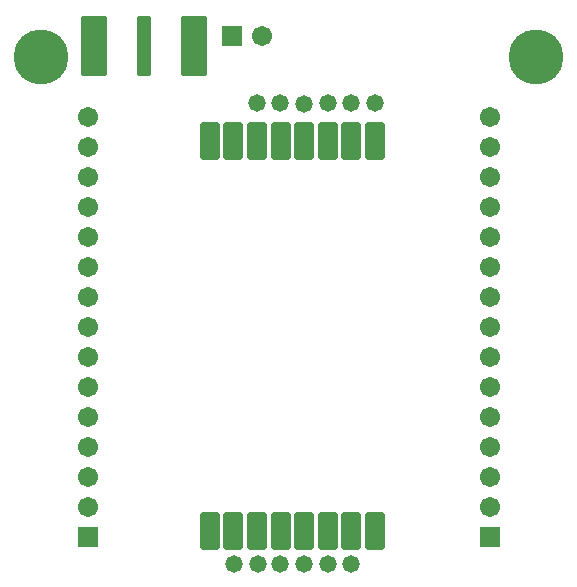
<source format=gbs>
%FSLAX25Y25*%
%MOIN*%
G70*
G01*
G75*
G04 Layer_Color=16711935*
%ADD10C,0.03937*%
G04:AMPARAMS|DCode=11|XSize=19.69mil|YSize=31.5mil|CornerRadius=0.98mil|HoleSize=0mil|Usage=FLASHONLY|Rotation=180.000|XOffset=0mil|YOffset=0mil|HoleType=Round|Shape=RoundedRectangle|*
%AMROUNDEDRECTD11*
21,1,0.01969,0.02953,0,0,180.0*
21,1,0.01772,0.03150,0,0,180.0*
1,1,0.00197,-0.00886,0.01476*
1,1,0.00197,0.00886,0.01476*
1,1,0.00197,0.00886,-0.01476*
1,1,0.00197,-0.00886,-0.01476*
%
%ADD11ROUNDEDRECTD11*%
G04:AMPARAMS|DCode=12|XSize=35.43mil|YSize=39.37mil|CornerRadius=1.77mil|HoleSize=0mil|Usage=FLASHONLY|Rotation=270.000|XOffset=0mil|YOffset=0mil|HoleType=Round|Shape=RoundedRectangle|*
%AMROUNDEDRECTD12*
21,1,0.03543,0.03583,0,0,270.0*
21,1,0.03189,0.03937,0,0,270.0*
1,1,0.00354,-0.01791,-0.01595*
1,1,0.00354,-0.01791,0.01595*
1,1,0.00354,0.01791,0.01595*
1,1,0.00354,0.01791,-0.01595*
%
%ADD12ROUNDEDRECTD12*%
G04:AMPARAMS|DCode=13|XSize=19.69mil|YSize=23.62mil|CornerRadius=0.98mil|HoleSize=0mil|Usage=FLASHONLY|Rotation=0.000|XOffset=0mil|YOffset=0mil|HoleType=Round|Shape=RoundedRectangle|*
%AMROUNDEDRECTD13*
21,1,0.01969,0.02165,0,0,0.0*
21,1,0.01772,0.02362,0,0,0.0*
1,1,0.00197,0.00886,-0.01083*
1,1,0.00197,-0.00886,-0.01083*
1,1,0.00197,-0.00886,0.01083*
1,1,0.00197,0.00886,0.01083*
%
%ADD13ROUNDEDRECTD13*%
G04:AMPARAMS|DCode=14|XSize=47.24mil|YSize=70.87mil|CornerRadius=4.72mil|HoleSize=0mil|Usage=FLASHONLY|Rotation=270.000|XOffset=0mil|YOffset=0mil|HoleType=Round|Shape=RoundedRectangle|*
%AMROUNDEDRECTD14*
21,1,0.04724,0.06142,0,0,270.0*
21,1,0.03780,0.07087,0,0,270.0*
1,1,0.00945,-0.03071,-0.01890*
1,1,0.00945,-0.03071,0.01890*
1,1,0.00945,0.03071,0.01890*
1,1,0.00945,0.03071,-0.01890*
%
%ADD14ROUNDEDRECTD14*%
G04:AMPARAMS|DCode=15|XSize=196.85mil|YSize=78.74mil|CornerRadius=3.94mil|HoleSize=0mil|Usage=FLASHONLY|Rotation=270.000|XOffset=0mil|YOffset=0mil|HoleType=Round|Shape=RoundedRectangle|*
%AMROUNDEDRECTD15*
21,1,0.19685,0.07087,0,0,270.0*
21,1,0.18898,0.07874,0,0,270.0*
1,1,0.00787,-0.03543,-0.09449*
1,1,0.00787,-0.03543,0.09449*
1,1,0.00787,0.03543,0.09449*
1,1,0.00787,0.03543,-0.09449*
%
%ADD15ROUNDEDRECTD15*%
%ADD16C,0.01969*%
%ADD17R,0.05906X0.05906*%
%ADD18C,0.05906*%
%ADD19R,0.05906X0.05906*%
%ADD20C,0.17500*%
%ADD21C,0.05000*%
G04:AMPARAMS|DCode=22|XSize=196.85mil|YSize=39.37mil|CornerRadius=1.97mil|HoleSize=0mil|Usage=FLASHONLY|Rotation=270.000|XOffset=0mil|YOffset=0mil|HoleType=Round|Shape=RoundedRectangle|*
%AMROUNDEDRECTD22*
21,1,0.19685,0.03543,0,0,270.0*
21,1,0.19291,0.03937,0,0,270.0*
1,1,0.00394,-0.01772,-0.09646*
1,1,0.00394,-0.01772,0.09646*
1,1,0.00394,0.01772,0.09646*
1,1,0.00394,0.01772,-0.09646*
%
%ADD22ROUNDEDRECTD22*%
G04:AMPARAMS|DCode=23|XSize=118.11mil|YSize=59.06mil|CornerRadius=2.95mil|HoleSize=0mil|Usage=FLASHONLY|Rotation=270.000|XOffset=0mil|YOffset=0mil|HoleType=Round|Shape=RoundedRectangle|*
%AMROUNDEDRECTD23*
21,1,0.11811,0.05315,0,0,270.0*
21,1,0.11221,0.05906,0,0,270.0*
1,1,0.00591,-0.02658,-0.05610*
1,1,0.00591,-0.02658,0.05610*
1,1,0.00591,0.02658,0.05610*
1,1,0.00591,0.02658,-0.05610*
%
%ADD23ROUNDEDRECTD23*%
%ADD24C,0.01575*%
%ADD25C,0.00787*%
%ADD26C,0.00394*%
%ADD27C,0.00492*%
%ADD28C,0.00100*%
%ADD29C,0.01000*%
G04:AMPARAMS|DCode=30|XSize=27.56mil|YSize=39.37mil|CornerRadius=4.92mil|HoleSize=0mil|Usage=FLASHONLY|Rotation=180.000|XOffset=0mil|YOffset=0mil|HoleType=Round|Shape=RoundedRectangle|*
%AMROUNDEDRECTD30*
21,1,0.02756,0.02953,0,0,180.0*
21,1,0.01772,0.03937,0,0,180.0*
1,1,0.00984,-0.00886,0.01476*
1,1,0.00984,0.00886,0.01476*
1,1,0.00984,0.00886,-0.01476*
1,1,0.00984,-0.00886,-0.01476*
%
%ADD30ROUNDEDRECTD30*%
G04:AMPARAMS|DCode=31|XSize=41.34mil|YSize=45.28mil|CornerRadius=4.72mil|HoleSize=0mil|Usage=FLASHONLY|Rotation=270.000|XOffset=0mil|YOffset=0mil|HoleType=Round|Shape=RoundedRectangle|*
%AMROUNDEDRECTD31*
21,1,0.04134,0.03583,0,0,270.0*
21,1,0.03189,0.04528,0,0,270.0*
1,1,0.00945,-0.01791,-0.01595*
1,1,0.00945,-0.01791,0.01595*
1,1,0.00945,0.01791,0.01595*
1,1,0.00945,0.01791,-0.01595*
%
%ADD31ROUNDEDRECTD31*%
G04:AMPARAMS|DCode=32|XSize=25.59mil|YSize=29.53mil|CornerRadius=3.94mil|HoleSize=0mil|Usage=FLASHONLY|Rotation=0.000|XOffset=0mil|YOffset=0mil|HoleType=Round|Shape=RoundedRectangle|*
%AMROUNDEDRECTD32*
21,1,0.02559,0.02165,0,0,0.0*
21,1,0.01772,0.02953,0,0,0.0*
1,1,0.00787,0.00886,-0.01083*
1,1,0.00787,-0.00886,-0.01083*
1,1,0.00787,-0.00886,0.01083*
1,1,0.00787,0.00886,0.01083*
%
%ADD32ROUNDEDRECTD32*%
G04:AMPARAMS|DCode=33|XSize=53.15mil|YSize=76.77mil|CornerRadius=7.68mil|HoleSize=0mil|Usage=FLASHONLY|Rotation=270.000|XOffset=0mil|YOffset=0mil|HoleType=Round|Shape=RoundedRectangle|*
%AMROUNDEDRECTD33*
21,1,0.05315,0.06142,0,0,270.0*
21,1,0.03780,0.07677,0,0,270.0*
1,1,0.01535,-0.03071,-0.01890*
1,1,0.01535,-0.03071,0.01890*
1,1,0.01535,0.03071,0.01890*
1,1,0.01535,0.03071,-0.01890*
%
%ADD33ROUNDEDRECTD33*%
G04:AMPARAMS|DCode=34|XSize=202.76mil|YSize=84.65mil|CornerRadius=6.89mil|HoleSize=0mil|Usage=FLASHONLY|Rotation=270.000|XOffset=0mil|YOffset=0mil|HoleType=Round|Shape=RoundedRectangle|*
%AMROUNDEDRECTD34*
21,1,0.20276,0.07087,0,0,270.0*
21,1,0.18898,0.08465,0,0,270.0*
1,1,0.01378,-0.03543,-0.09449*
1,1,0.01378,-0.03543,0.09449*
1,1,0.01378,0.03543,0.09449*
1,1,0.01378,0.03543,-0.09449*
%
%ADD34ROUNDEDRECTD34*%
%ADD35R,0.06706X0.06706*%
%ADD36C,0.06706*%
%ADD37R,0.06706X0.06706*%
%ADD38C,0.18300*%
%ADD39C,0.05800*%
G04:AMPARAMS|DCode=40|XSize=202.76mil|YSize=45.28mil|CornerRadius=4.92mil|HoleSize=0mil|Usage=FLASHONLY|Rotation=270.000|XOffset=0mil|YOffset=0mil|HoleType=Round|Shape=RoundedRectangle|*
%AMROUNDEDRECTD40*
21,1,0.20276,0.03543,0,0,270.0*
21,1,0.19291,0.04528,0,0,270.0*
1,1,0.00984,-0.01772,-0.09646*
1,1,0.00984,-0.01772,0.09646*
1,1,0.00984,0.01772,0.09646*
1,1,0.00984,0.01772,-0.09646*
%
%ADD40ROUNDEDRECTD40*%
G04:AMPARAMS|DCode=41|XSize=124.02mil|YSize=64.96mil|CornerRadius=5.91mil|HoleSize=0mil|Usage=FLASHONLY|Rotation=270.000|XOffset=0mil|YOffset=0mil|HoleType=Round|Shape=RoundedRectangle|*
%AMROUNDEDRECTD41*
21,1,0.12402,0.05315,0,0,270.0*
21,1,0.11221,0.06496,0,0,270.0*
1,1,0.01181,-0.02658,-0.05610*
1,1,0.01181,-0.02658,0.05610*
1,1,0.01181,0.02658,0.05610*
1,1,0.01181,0.02658,-0.05610*
%
%ADD41ROUNDEDRECTD41*%
D34*
X33768Y184689D02*
D03*
X67232D02*
D03*
D35*
X80000Y188000D02*
D03*
D36*
X90000D02*
D03*
X166000Y31100D02*
D03*
Y41100D02*
D03*
Y51100D02*
D03*
Y61100D02*
D03*
Y71100D02*
D03*
Y81100D02*
D03*
Y91100D02*
D03*
Y101100D02*
D03*
Y111100D02*
D03*
Y121100D02*
D03*
Y131100D02*
D03*
Y141100D02*
D03*
Y151100D02*
D03*
Y161100D02*
D03*
X32000Y161098D02*
D03*
Y151098D02*
D03*
Y141098D02*
D03*
Y131098D02*
D03*
Y121098D02*
D03*
Y111098D02*
D03*
Y101098D02*
D03*
Y91098D02*
D03*
Y81098D02*
D03*
Y71098D02*
D03*
Y61098D02*
D03*
Y51098D02*
D03*
Y41098D02*
D03*
Y31098D02*
D03*
D37*
X166000Y21100D02*
D03*
X32000Y21098D02*
D03*
D38*
X181290Y181088D02*
D03*
X16290D02*
D03*
D39*
X80500Y12000D02*
D03*
X88500D02*
D03*
X96000D02*
D03*
X119500D02*
D03*
X112000D02*
D03*
X104000D02*
D03*
X103937Y165463D02*
D03*
X88189Y165811D02*
D03*
X119685D02*
D03*
X127559D02*
D03*
X96000D02*
D03*
X112000D02*
D03*
D40*
X50500Y184689D02*
D03*
D41*
X96063Y152961D02*
D03*
X72441Y23039D02*
D03*
X80315D02*
D03*
X88189D02*
D03*
X96063D02*
D03*
X127559D02*
D03*
X119685D02*
D03*
X111811D02*
D03*
X103937D02*
D03*
X103937Y152961D02*
D03*
X111811D02*
D03*
X119685D02*
D03*
X127559D02*
D03*
X88189D02*
D03*
X80315D02*
D03*
X72441D02*
D03*
M02*

</source>
